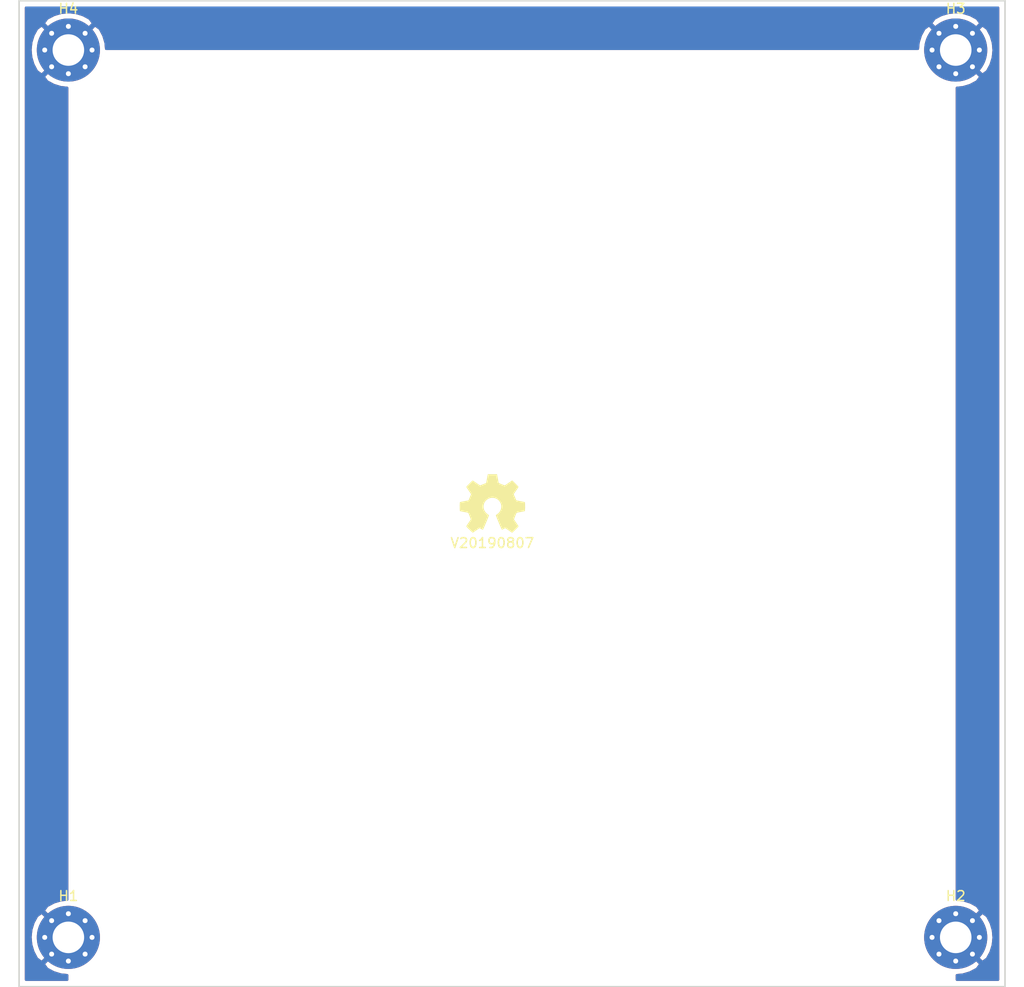
<source format=kicad_pcb>
(kicad_pcb (version 20171130) (host pcbnew 5.1.4-e60b266~84~ubuntu18.04.1)

  (general
    (thickness 1.6)
    (drawings 4)
    (tracks 0)
    (zones 0)
    (modules 6)
    (nets 2)
  )

  (page A4)
  (layers
    (0 F.Cu signal)
    (31 B.Cu signal)
    (32 B.Adhes user)
    (33 F.Adhes user)
    (34 B.Paste user)
    (35 F.Paste user)
    (36 B.SilkS user)
    (37 F.SilkS user)
    (38 B.Mask user)
    (39 F.Mask user)
    (40 Dwgs.User user)
    (41 Cmts.User user)
    (42 Eco1.User user)
    (43 Eco2.User user)
    (44 Edge.Cuts user)
    (45 Margin user)
    (46 B.CrtYd user)
    (47 F.CrtYd user)
    (48 B.Fab user)
    (49 F.Fab user)
  )

  (setup
    (last_trace_width 0.127)
    (user_trace_width 0.15)
    (user_trace_width 0.2)
    (user_trace_width 0.3)
    (user_trace_width 0.4)
    (user_trace_width 0.6)
    (user_trace_width 1)
    (user_trace_width 1.5)
    (user_trace_width 2)
    (trace_clearance 0.127)
    (zone_clearance 0.508)
    (zone_45_only no)
    (trace_min 0.127)
    (via_size 0.6)
    (via_drill 0.3)
    (via_min_size 0.6)
    (via_min_drill 0.3)
    (user_via 0.6 0.3)
    (user_via 0.65 0.4)
    (user_via 0.75 0.6)
    (user_via 0.95 0.8)
    (user_via 1.3 1)
    (user_via 1.5 1.2)
    (user_via 1.7 1.4)
    (user_via 1.9 1.6)
    (uvia_size 0.6)
    (uvia_drill 0.3)
    (uvias_allowed no)
    (uvia_min_size 0.381)
    (uvia_min_drill 0.254)
    (edge_width 0.15)
    (segment_width 0.2)
    (pcb_text_width 0.3)
    (pcb_text_size 1.5 1.5)
    (mod_edge_width 0.15)
    (mod_text_size 1 1)
    (mod_text_width 0.15)
    (pad_size 1.524 1.524)
    (pad_drill 0.762)
    (pad_to_mask_clearance 0.2)
    (aux_axis_origin 0 0)
    (visible_elements FFFFFF7F)
    (pcbplotparams
      (layerselection 0x00030_80000001)
      (usegerberextensions false)
      (usegerberattributes false)
      (usegerberadvancedattributes false)
      (creategerberjobfile false)
      (excludeedgelayer true)
      (linewidth 0.100000)
      (plotframeref false)
      (viasonmask false)
      (mode 1)
      (useauxorigin false)
      (hpglpennumber 1)
      (hpglpenspeed 20)
      (hpglpendiameter 15.000000)
      (psnegative false)
      (psa4output false)
      (plotreference true)
      (plotvalue true)
      (plotinvisibletext false)
      (padsonsilk false)
      (subtractmaskfromsilk false)
      (outputformat 1)
      (mirror false)
      (drillshape 1)
      (scaleselection 1)
      (outputdirectory ""))
  )

  (net 0 "")
  (net 1 /CASE)

  (net_class Default "This is the default net class."
    (clearance 0.127)
    (trace_width 0.127)
    (via_dia 0.6)
    (via_drill 0.3)
    (uvia_dia 0.6)
    (uvia_drill 0.3)
    (add_net /CASE)
  )

  (module Mounting_Holes:MountingHole_3.2mm_M3_Pad_Via (layer F.Cu) (tedit 56DDBCCA) (tstamp 5D4DD80B)
    (at 105 55)
    (descr "Mounting Hole 3.2mm, M3")
    (tags "mounting hole 3.2mm m3")
    (path /5D4DE4BF)
    (attr virtual)
    (fp_text reference H4 (at 0 -4.2) (layer F.SilkS)
      (effects (font (size 1 1) (thickness 0.15)))
    )
    (fp_text value MountingHole_Pad (at 0 4.2) (layer F.Fab)
      (effects (font (size 1 1) (thickness 0.15)))
    )
    (fp_text user %R (at 0.3 0) (layer F.Fab)
      (effects (font (size 1 1) (thickness 0.15)))
    )
    (fp_circle (center 0 0) (end 3.2 0) (layer Cmts.User) (width 0.15))
    (fp_circle (center 0 0) (end 3.45 0) (layer F.CrtYd) (width 0.05))
    (pad 1 thru_hole circle (at 0 0) (size 6.4 6.4) (drill 3.2) (layers *.Cu *.Mask)
      (net 1 /CASE))
    (pad 1 thru_hole circle (at 2.4 0) (size 0.8 0.8) (drill 0.5) (layers *.Cu *.Mask)
      (net 1 /CASE))
    (pad 1 thru_hole circle (at 1.697056 1.697056) (size 0.8 0.8) (drill 0.5) (layers *.Cu *.Mask)
      (net 1 /CASE))
    (pad 1 thru_hole circle (at 0 2.4) (size 0.8 0.8) (drill 0.5) (layers *.Cu *.Mask)
      (net 1 /CASE))
    (pad 1 thru_hole circle (at -1.697056 1.697056) (size 0.8 0.8) (drill 0.5) (layers *.Cu *.Mask)
      (net 1 /CASE))
    (pad 1 thru_hole circle (at -2.4 0) (size 0.8 0.8) (drill 0.5) (layers *.Cu *.Mask)
      (net 1 /CASE))
    (pad 1 thru_hole circle (at -1.697056 -1.697056) (size 0.8 0.8) (drill 0.5) (layers *.Cu *.Mask)
      (net 1 /CASE))
    (pad 1 thru_hole circle (at 0 -2.4) (size 0.8 0.8) (drill 0.5) (layers *.Cu *.Mask)
      (net 1 /CASE))
    (pad 1 thru_hole circle (at 1.697056 -1.697056) (size 0.8 0.8) (drill 0.5) (layers *.Cu *.Mask)
      (net 1 /CASE))
  )

  (module Mounting_Holes:MountingHole_3.2mm_M3_Pad_Via (layer F.Cu) (tedit 56DDBCCA) (tstamp 5D4DD808)
    (at 195 55)
    (descr "Mounting Hole 3.2mm, M3")
    (tags "mounting hole 3.2mm m3")
    (path /5D4DE99C)
    (attr virtual)
    (fp_text reference H3 (at 0 -4.2) (layer F.SilkS)
      (effects (font (size 1 1) (thickness 0.15)))
    )
    (fp_text value MountingHole_Pad (at 0 4.2) (layer F.Fab)
      (effects (font (size 1 1) (thickness 0.15)))
    )
    (fp_text user %R (at 0.3 0) (layer F.Fab)
      (effects (font (size 1 1) (thickness 0.15)))
    )
    (fp_circle (center 0 0) (end 3.2 0) (layer Cmts.User) (width 0.15))
    (fp_circle (center 0 0) (end 3.45 0) (layer F.CrtYd) (width 0.05))
    (pad 1 thru_hole circle (at 0 0) (size 6.4 6.4) (drill 3.2) (layers *.Cu *.Mask)
      (net 1 /CASE))
    (pad 1 thru_hole circle (at 2.4 0) (size 0.8 0.8) (drill 0.5) (layers *.Cu *.Mask)
      (net 1 /CASE))
    (pad 1 thru_hole circle (at 1.697056 1.697056) (size 0.8 0.8) (drill 0.5) (layers *.Cu *.Mask)
      (net 1 /CASE))
    (pad 1 thru_hole circle (at 0 2.4) (size 0.8 0.8) (drill 0.5) (layers *.Cu *.Mask)
      (net 1 /CASE))
    (pad 1 thru_hole circle (at -1.697056 1.697056) (size 0.8 0.8) (drill 0.5) (layers *.Cu *.Mask)
      (net 1 /CASE))
    (pad 1 thru_hole circle (at -2.4 0) (size 0.8 0.8) (drill 0.5) (layers *.Cu *.Mask)
      (net 1 /CASE))
    (pad 1 thru_hole circle (at -1.697056 -1.697056) (size 0.8 0.8) (drill 0.5) (layers *.Cu *.Mask)
      (net 1 /CASE))
    (pad 1 thru_hole circle (at 0 -2.4) (size 0.8 0.8) (drill 0.5) (layers *.Cu *.Mask)
      (net 1 /CASE))
    (pad 1 thru_hole circle (at 1.697056 -1.697056) (size 0.8 0.8) (drill 0.5) (layers *.Cu *.Mask)
      (net 1 /CASE))
  )

  (module Mounting_Holes:MountingHole_3.2mm_M3_Pad_Via (layer F.Cu) (tedit 56DDBCCA) (tstamp 5D4DD805)
    (at 195 145)
    (descr "Mounting Hole 3.2mm, M3")
    (tags "mounting hole 3.2mm m3")
    (path /5D4DEC15)
    (attr virtual)
    (fp_text reference H2 (at 0 -4.2) (layer F.SilkS)
      (effects (font (size 1 1) (thickness 0.15)))
    )
    (fp_text value MountingHole_Pad (at 0 4.2) (layer F.Fab)
      (effects (font (size 1 1) (thickness 0.15)))
    )
    (fp_text user %R (at 0.3 0) (layer F.Fab)
      (effects (font (size 1 1) (thickness 0.15)))
    )
    (fp_circle (center 0 0) (end 3.2 0) (layer Cmts.User) (width 0.15))
    (fp_circle (center 0 0) (end 3.45 0) (layer F.CrtYd) (width 0.05))
    (pad 1 thru_hole circle (at 0 0) (size 6.4 6.4) (drill 3.2) (layers *.Cu *.Mask)
      (net 1 /CASE))
    (pad 1 thru_hole circle (at 2.4 0) (size 0.8 0.8) (drill 0.5) (layers *.Cu *.Mask)
      (net 1 /CASE))
    (pad 1 thru_hole circle (at 1.697056 1.697056) (size 0.8 0.8) (drill 0.5) (layers *.Cu *.Mask)
      (net 1 /CASE))
    (pad 1 thru_hole circle (at 0 2.4) (size 0.8 0.8) (drill 0.5) (layers *.Cu *.Mask)
      (net 1 /CASE))
    (pad 1 thru_hole circle (at -1.697056 1.697056) (size 0.8 0.8) (drill 0.5) (layers *.Cu *.Mask)
      (net 1 /CASE))
    (pad 1 thru_hole circle (at -2.4 0) (size 0.8 0.8) (drill 0.5) (layers *.Cu *.Mask)
      (net 1 /CASE))
    (pad 1 thru_hole circle (at -1.697056 -1.697056) (size 0.8 0.8) (drill 0.5) (layers *.Cu *.Mask)
      (net 1 /CASE))
    (pad 1 thru_hole circle (at 0 -2.4) (size 0.8 0.8) (drill 0.5) (layers *.Cu *.Mask)
      (net 1 /CASE))
    (pad 1 thru_hole circle (at 1.697056 -1.697056) (size 0.8 0.8) (drill 0.5) (layers *.Cu *.Mask)
      (net 1 /CASE))
  )

  (module Mounting_Holes:MountingHole_3.2mm_M3_Pad_Via (layer F.Cu) (tedit 56DDBCCA) (tstamp 5D4DD802)
    (at 105 145)
    (descr "Mounting Hole 3.2mm, M3")
    (tags "mounting hole 3.2mm m3")
    (path /5D4DEE64)
    (attr virtual)
    (fp_text reference H1 (at 0 -4.2) (layer F.SilkS)
      (effects (font (size 1 1) (thickness 0.15)))
    )
    (fp_text value MountingHole_Pad (at 0 4.2) (layer F.Fab)
      (effects (font (size 1 1) (thickness 0.15)))
    )
    (fp_text user %R (at 0.3 0) (layer F.Fab)
      (effects (font (size 1 1) (thickness 0.15)))
    )
    (fp_circle (center 0 0) (end 3.2 0) (layer Cmts.User) (width 0.15))
    (fp_circle (center 0 0) (end 3.45 0) (layer F.CrtYd) (width 0.05))
    (pad 1 thru_hole circle (at 0 0) (size 6.4 6.4) (drill 3.2) (layers *.Cu *.Mask)
      (net 1 /CASE))
    (pad 1 thru_hole circle (at 2.4 0) (size 0.8 0.8) (drill 0.5) (layers *.Cu *.Mask)
      (net 1 /CASE))
    (pad 1 thru_hole circle (at 1.697056 1.697056) (size 0.8 0.8) (drill 0.5) (layers *.Cu *.Mask)
      (net 1 /CASE))
    (pad 1 thru_hole circle (at 0 2.4) (size 0.8 0.8) (drill 0.5) (layers *.Cu *.Mask)
      (net 1 /CASE))
    (pad 1 thru_hole circle (at -1.697056 1.697056) (size 0.8 0.8) (drill 0.5) (layers *.Cu *.Mask)
      (net 1 /CASE))
    (pad 1 thru_hole circle (at -2.4 0) (size 0.8 0.8) (drill 0.5) (layers *.Cu *.Mask)
      (net 1 /CASE))
    (pad 1 thru_hole circle (at -1.697056 -1.697056) (size 0.8 0.8) (drill 0.5) (layers *.Cu *.Mask)
      (net 1 /CASE))
    (pad 1 thru_hole circle (at 0 -2.4) (size 0.8 0.8) (drill 0.5) (layers *.Cu *.Mask)
      (net 1 /CASE))
    (pad 1 thru_hole circle (at 1.697056 -1.697056) (size 0.8 0.8) (drill 0.5) (layers *.Cu *.Mask)
      (net 1 /CASE))
  )

  (module Symbols:OSHW-Symbol_6.7x6mm_SilkScreen (layer F.Cu) (tedit 0) (tstamp 5A135134)
    (at 148 101)
    (descr "Open Source Hardware Symbol")
    (tags "Logo Symbol OSHW")
    (path /5A135869)
    (attr virtual)
    (fp_text reference N1 (at 0 0) (layer F.SilkS) hide
      (effects (font (size 1 1) (thickness 0.15)))
    )
    (fp_text value OHWLOGO (at 0.75 0) (layer F.Fab) hide
      (effects (font (size 1 1) (thickness 0.15)))
    )
    (fp_poly (pts (xy 0.555814 -2.531069) (xy 0.639635 -2.086445) (xy 0.94892 -1.958947) (xy 1.258206 -1.831449)
      (xy 1.629246 -2.083754) (xy 1.733157 -2.154004) (xy 1.827087 -2.216728) (xy 1.906652 -2.269062)
      (xy 1.96747 -2.308143) (xy 2.005157 -2.331107) (xy 2.015421 -2.336058) (xy 2.03391 -2.323324)
      (xy 2.07342 -2.288118) (xy 2.129522 -2.234938) (xy 2.197787 -2.168282) (xy 2.273786 -2.092646)
      (xy 2.353092 -2.012528) (xy 2.431275 -1.932426) (xy 2.503907 -1.856836) (xy 2.566559 -1.790255)
      (xy 2.614803 -1.737182) (xy 2.64421 -1.702113) (xy 2.651241 -1.690377) (xy 2.641123 -1.66874)
      (xy 2.612759 -1.621338) (xy 2.569129 -1.552807) (xy 2.513218 -1.467785) (xy 2.448006 -1.370907)
      (xy 2.410219 -1.31565) (xy 2.341343 -1.214752) (xy 2.28014 -1.123701) (xy 2.229578 -1.04703)
      (xy 2.192628 -0.989272) (xy 2.172258 -0.954957) (xy 2.169197 -0.947746) (xy 2.176136 -0.927252)
      (xy 2.195051 -0.879487) (xy 2.223087 -0.811168) (xy 2.257391 -0.729011) (xy 2.295109 -0.63973)
      (xy 2.333387 -0.550042) (xy 2.36937 -0.466662) (xy 2.400206 -0.396306) (xy 2.423039 -0.34569)
      (xy 2.435017 -0.321529) (xy 2.435724 -0.320578) (xy 2.454531 -0.315964) (xy 2.504618 -0.305672)
      (xy 2.580793 -0.290713) (xy 2.677865 -0.272099) (xy 2.790643 -0.250841) (xy 2.856442 -0.238582)
      (xy 2.97695 -0.215638) (xy 3.085797 -0.193805) (xy 3.177476 -0.174278) (xy 3.246481 -0.158252)
      (xy 3.287304 -0.146921) (xy 3.295511 -0.143326) (xy 3.303548 -0.118994) (xy 3.310033 -0.064041)
      (xy 3.31497 0.015108) (xy 3.318364 0.112026) (xy 3.320218 0.220287) (xy 3.320538 0.333465)
      (xy 3.319327 0.445135) (xy 3.31659 0.548868) (xy 3.312331 0.638241) (xy 3.306555 0.706826)
      (xy 3.299267 0.748197) (xy 3.294895 0.75681) (xy 3.268764 0.767133) (xy 3.213393 0.781892)
      (xy 3.136107 0.799352) (xy 3.04423 0.81778) (xy 3.012158 0.823741) (xy 2.857524 0.852066)
      (xy 2.735375 0.874876) (xy 2.641673 0.89308) (xy 2.572384 0.907583) (xy 2.523471 0.919292)
      (xy 2.490897 0.929115) (xy 2.470628 0.937956) (xy 2.458626 0.946724) (xy 2.456947 0.948457)
      (xy 2.440184 0.976371) (xy 2.414614 1.030695) (xy 2.382788 1.104777) (xy 2.34726 1.191965)
      (xy 2.310583 1.285608) (xy 2.275311 1.379052) (xy 2.243996 1.465647) (xy 2.219193 1.53874)
      (xy 2.203454 1.591678) (xy 2.199332 1.617811) (xy 2.199676 1.618726) (xy 2.213641 1.640086)
      (xy 2.245322 1.687084) (xy 2.291391 1.754827) (xy 2.348518 1.838423) (xy 2.413373 1.932982)
      (xy 2.431843 1.959854) (xy 2.497699 2.057275) (xy 2.55565 2.146163) (xy 2.602538 2.221412)
      (xy 2.635207 2.27792) (xy 2.6505 2.310581) (xy 2.651241 2.314593) (xy 2.638392 2.335684)
      (xy 2.602888 2.377464) (xy 2.549293 2.435445) (xy 2.482171 2.505135) (xy 2.406087 2.582045)
      (xy 2.325604 2.661683) (xy 2.245287 2.739561) (xy 2.169699 2.811186) (xy 2.103405 2.87207)
      (xy 2.050969 2.917721) (xy 2.016955 2.94365) (xy 2.007545 2.947883) (xy 1.985643 2.937912)
      (xy 1.9408 2.91102) (xy 1.880321 2.871736) (xy 1.833789 2.840117) (xy 1.749475 2.782098)
      (xy 1.649626 2.713784) (xy 1.549473 2.645579) (xy 1.495627 2.609075) (xy 1.313371 2.4858)
      (xy 1.160381 2.56852) (xy 1.090682 2.604759) (xy 1.031414 2.632926) (xy 0.991311 2.648991)
      (xy 0.981103 2.651226) (xy 0.968829 2.634722) (xy 0.944613 2.588082) (xy 0.910263 2.515609)
      (xy 0.867588 2.421606) (xy 0.818394 2.310374) (xy 0.76449 2.186215) (xy 0.707684 2.053432)
      (xy 0.649782 1.916327) (xy 0.592593 1.779202) (xy 0.537924 1.646358) (xy 0.487584 1.522098)
      (xy 0.44338 1.410725) (xy 0.407119 1.316539) (xy 0.380609 1.243844) (xy 0.365658 1.196941)
      (xy 0.363254 1.180833) (xy 0.382311 1.160286) (xy 0.424036 1.126933) (xy 0.479706 1.087702)
      (xy 0.484378 1.084599) (xy 0.628264 0.969423) (xy 0.744283 0.835053) (xy 0.83143 0.685784)
      (xy 0.888699 0.525913) (xy 0.915086 0.359737) (xy 0.909585 0.191552) (xy 0.87119 0.025655)
      (xy 0.798895 -0.133658) (xy 0.777626 -0.168513) (xy 0.666996 -0.309263) (xy 0.536302 -0.422286)
      (xy 0.390064 -0.506997) (xy 0.232808 -0.562806) (xy 0.069057 -0.589126) (xy -0.096667 -0.58537)
      (xy -0.259838 -0.55095) (xy -0.415935 -0.485277) (xy -0.560433 -0.387765) (xy -0.605131 -0.348187)
      (xy -0.718888 -0.224297) (xy -0.801782 -0.093876) (xy -0.858644 0.052315) (xy -0.890313 0.197088)
      (xy -0.898131 0.35986) (xy -0.872062 0.52344) (xy -0.814755 0.682298) (xy -0.728856 0.830906)
      (xy -0.617014 0.963735) (xy -0.481877 1.075256) (xy -0.464117 1.087011) (xy -0.40785 1.125508)
      (xy -0.365077 1.158863) (xy -0.344628 1.18016) (xy -0.344331 1.180833) (xy -0.348721 1.203871)
      (xy -0.366124 1.256157) (xy -0.394732 1.33339) (xy -0.432735 1.431268) (xy -0.478326 1.545491)
      (xy -0.529697 1.671758) (xy -0.585038 1.805767) (xy -0.642542 1.943218) (xy -0.700399 2.079808)
      (xy -0.756802 2.211237) (xy -0.809942 2.333205) (xy -0.85801 2.441409) (xy -0.899199 2.531549)
      (xy -0.931699 2.599323) (xy -0.953703 2.64043) (xy -0.962564 2.651226) (xy -0.98964 2.642819)
      (xy -1.040303 2.620272) (xy -1.105817 2.587613) (xy -1.141841 2.56852) (xy -1.294832 2.4858)
      (xy -1.477088 2.609075) (xy -1.570125 2.672228) (xy -1.671985 2.741727) (xy -1.767438 2.807165)
      (xy -1.81525 2.840117) (xy -1.882495 2.885273) (xy -1.939436 2.921057) (xy -1.978646 2.942938)
      (xy -1.991381 2.947563) (xy -2.009917 2.935085) (xy -2.050941 2.900252) (xy -2.110475 2.846678)
      (xy -2.184542 2.777983) (xy -2.269165 2.697781) (xy -2.322685 2.646286) (xy -2.416319 2.554286)
      (xy -2.497241 2.471999) (xy -2.562177 2.402945) (xy -2.607858 2.350644) (xy -2.631011 2.318616)
      (xy -2.633232 2.312116) (xy -2.622924 2.287394) (xy -2.594439 2.237405) (xy -2.550937 2.167212)
      (xy -2.495577 2.081875) (xy -2.43152 1.986456) (xy -2.413303 1.959854) (xy -2.346927 1.863167)
      (xy -2.287378 1.776117) (xy -2.237984 1.703595) (xy -2.202075 1.650493) (xy -2.182981 1.621703)
      (xy -2.181136 1.618726) (xy -2.183895 1.595782) (xy -2.198538 1.545336) (xy -2.222513 1.474041)
      (xy -2.253266 1.388547) (xy -2.288244 1.295507) (xy -2.324893 1.201574) (xy -2.360661 1.113399)
      (xy -2.392994 1.037634) (xy -2.419338 0.980931) (xy -2.437142 0.949943) (xy -2.438407 0.948457)
      (xy -2.449294 0.939601) (xy -2.467682 0.930843) (xy -2.497606 0.921277) (xy -2.543103 0.909996)
      (xy -2.608209 0.896093) (xy -2.696961 0.878663) (xy -2.813393 0.856798) (xy -2.961542 0.829591)
      (xy -2.993618 0.823741) (xy -3.088686 0.805374) (xy -3.171565 0.787405) (xy -3.23493 0.771569)
      (xy -3.271458 0.7596) (xy -3.276356 0.75681) (xy -3.284427 0.732072) (xy -3.290987 0.67679)
      (xy -3.296033 0.597389) (xy -3.299559 0.500296) (xy -3.301561 0.391938) (xy -3.302036 0.27874)
      (xy -3.300977 0.167128) (xy -3.298382 0.063529) (xy -3.294246 -0.025632) (xy -3.288563 -0.093928)
      (xy -3.281331 -0.134934) (xy -3.276971 -0.143326) (xy -3.252698 -0.151792) (xy -3.197426 -0.165565)
      (xy -3.116662 -0.18345) (xy -3.015912 -0.204252) (xy -2.900683 -0.226777) (xy -2.837902 -0.238582)
      (xy -2.718787 -0.260849) (xy -2.612565 -0.281021) (xy -2.524427 -0.298085) (xy -2.459566 -0.311031)
      (xy -2.423174 -0.318845) (xy -2.417184 -0.320578) (xy -2.407061 -0.34011) (xy -2.385662 -0.387157)
      (xy -2.355839 -0.454997) (xy -2.320445 -0.536909) (xy -2.282332 -0.626172) (xy -2.244353 -0.716065)
      (xy -2.20936 -0.799865) (xy -2.180206 -0.870853) (xy -2.159743 -0.922306) (xy -2.150823 -0.947503)
      (xy -2.150657 -0.948604) (xy -2.160769 -0.968481) (xy -2.189117 -1.014223) (xy -2.232723 -1.081283)
      (xy -2.288606 -1.165116) (xy -2.353787 -1.261174) (xy -2.391679 -1.31635) (xy -2.460725 -1.417519)
      (xy -2.52205 -1.50937) (xy -2.572663 -1.587256) (xy -2.609571 -1.646531) (xy -2.629782 -1.682549)
      (xy -2.632701 -1.690623) (xy -2.620153 -1.709416) (xy -2.585463 -1.749543) (xy -2.533063 -1.806507)
      (xy -2.467384 -1.875815) (xy -2.392856 -1.952969) (xy -2.313913 -2.033475) (xy -2.234983 -2.112837)
      (xy -2.1605 -2.18656) (xy -2.094894 -2.250148) (xy -2.042596 -2.299106) (xy -2.008039 -2.328939)
      (xy -1.996478 -2.336058) (xy -1.977654 -2.326047) (xy -1.932631 -2.297922) (xy -1.865787 -2.254546)
      (xy -1.781499 -2.198782) (xy -1.684144 -2.133494) (xy -1.610707 -2.083754) (xy -1.239667 -1.831449)
      (xy -0.621095 -2.086445) (xy -0.537275 -2.531069) (xy -0.453454 -2.975693) (xy 0.471994 -2.975693)
      (xy 0.555814 -2.531069)) (layer F.SilkS) (width 0.01))
  )

  (module SquantorLabels:Label_version (layer F.Cu) (tedit 59D3ED5E) (tstamp 5A135138)
    (at 148 105)
    (path /5A1357A5)
    (fp_text reference N2 (at 0 2) (layer F.Fab) hide
      (effects (font (size 1 1) (thickness 0.15)))
    )
    (fp_text value V20190807 (at 0 0) (layer F.SilkS)
      (effects (font (size 1 1) (thickness 0.15)))
    )
  )

  (gr_line (start 200 50) (end 200 150) (layer Edge.Cuts) (width 0.15))
  (gr_line (start 100 150) (end 100 50) (layer Edge.Cuts) (width 0.15) (tstamp 5D4B34C1))
  (gr_line (start 200 150) (end 100 150) (layer Edge.Cuts) (width 0.15))
  (gr_line (start 100 50) (end 200 50) (layer Edge.Cuts) (width 0.15))

  (zone (net 1) (net_name /CASE) (layer B.Cu) (tstamp 0) (hatch edge 0.508)
    (connect_pads (clearance 0.508))
    (min_thickness 0.254)
    (fill yes (arc_segments 32) (thermal_gap 0.508) (thermal_bridge_width 0.508))
    (polygon
      (pts
        (xy 105 150) (xy 105 55) (xy 195 55) (xy 195 150) (xy 200 150)
        (xy 200 50) (xy 100 50) (xy 100 150)
      )
    )
    (filled_polygon
      (pts
        (xy 199.290001 149.29) (xy 195.127 149.29) (xy 195.127 148.839541) (xy 195.727938 148.784178) (xy 196.452208 148.569452)
        (xy 197.12067 148.217555) (xy 197.161088 148.190548) (xy 197.521276 147.700881) (xy 195.127 145.306605) (xy 195.127 145)
        (xy 195.179605 145) (xy 197.700881 147.521276) (xy 198.190548 147.161088) (xy 198.550849 146.497118) (xy 198.774694 145.775615)
        (xy 198.85348 145.024305) (xy 198.784178 144.272062) (xy 198.569452 143.547792) (xy 198.217555 142.87933) (xy 198.190548 142.838912)
        (xy 197.700881 142.478724) (xy 195.179605 145) (xy 195.127 145) (xy 195.127 144.693395) (xy 197.521276 142.299119)
        (xy 197.161088 141.809452) (xy 196.497118 141.449151) (xy 195.775615 141.225306) (xy 195.127 141.157289) (xy 195.127 58.839541)
        (xy 195.727938 58.784178) (xy 196.452208 58.569452) (xy 197.12067 58.217555) (xy 197.161088 58.190548) (xy 197.521276 57.700881)
        (xy 195.127 55.306605) (xy 195.127 55) (xy 195.179605 55) (xy 197.700881 57.521276) (xy 198.190548 57.161088)
        (xy 198.550849 56.497118) (xy 198.774694 55.775615) (xy 198.85348 55.024305) (xy 198.784178 54.272062) (xy 198.569452 53.547792)
        (xy 198.217555 52.87933) (xy 198.190548 52.838912) (xy 197.700881 52.478724) (xy 195.179605 55) (xy 195.127 55)
        (xy 195.12456 54.975224) (xy 195.117333 54.951399) (xy 195.105597 54.929443) (xy 195.089803 54.910197) (xy 195.070557 54.894403)
        (xy 195.048601 54.882667) (xy 195.024776 54.87544) (xy 195 54.873) (xy 194.693395 54.873) (xy 192.299119 52.478724)
        (xy 191.809452 52.838912) (xy 191.449151 53.502882) (xy 191.225306 54.224385) (xy 191.157289 54.873) (xy 108.839541 54.873)
        (xy 108.784178 54.272062) (xy 108.569452 53.547792) (xy 108.217555 52.87933) (xy 108.190548 52.838912) (xy 107.700881 52.478724)
        (xy 105.306605 54.873) (xy 105 54.873) (xy 104.975224 54.87544) (xy 104.951399 54.882667) (xy 104.929443 54.894403)
        (xy 104.910197 54.910197) (xy 104.894403 54.929443) (xy 104.882667 54.951399) (xy 104.87544 54.975224) (xy 104.873 55)
        (xy 104.873 55.306605) (xy 102.478724 57.700881) (xy 102.838912 58.190548) (xy 103.502882 58.550849) (xy 104.224385 58.774694)
        (xy 104.873 58.842711) (xy 104.873 141.160459) (xy 104.272062 141.215822) (xy 103.547792 141.430548) (xy 102.87933 141.782445)
        (xy 102.838912 141.809452) (xy 102.478724 142.299119) (xy 104.873 144.693395) (xy 104.873 145.306605) (xy 102.478724 147.700881)
        (xy 102.838912 148.190548) (xy 103.502882 148.550849) (xy 104.224385 148.774694) (xy 104.873 148.842711) (xy 104.873 149.29)
        (xy 100.71 149.29) (xy 100.71 144.975695) (xy 101.14652 144.975695) (xy 101.215822 145.727938) (xy 101.430548 146.452208)
        (xy 101.782445 147.12067) (xy 101.809452 147.161088) (xy 102.299119 147.521276) (xy 104.820395 145) (xy 102.299119 142.478724)
        (xy 101.809452 142.838912) (xy 101.449151 143.502882) (xy 101.225306 144.224385) (xy 101.14652 144.975695) (xy 100.71 144.975695)
        (xy 100.71 54.975695) (xy 101.14652 54.975695) (xy 101.215822 55.727938) (xy 101.430548 56.452208) (xy 101.782445 57.12067)
        (xy 101.809452 57.161088) (xy 102.299119 57.521276) (xy 104.820395 55) (xy 102.299119 52.478724) (xy 101.809452 52.838912)
        (xy 101.449151 53.502882) (xy 101.225306 54.224385) (xy 101.14652 54.975695) (xy 100.71 54.975695) (xy 100.71 52.299119)
        (xy 102.478724 52.299119) (xy 105 54.820395) (xy 107.521276 52.299119) (xy 192.478724 52.299119) (xy 195 54.820395)
        (xy 197.521276 52.299119) (xy 197.161088 51.809452) (xy 196.497118 51.449151) (xy 195.775615 51.225306) (xy 195.024305 51.14652)
        (xy 194.272062 51.215822) (xy 193.547792 51.430548) (xy 192.87933 51.782445) (xy 192.838912 51.809452) (xy 192.478724 52.299119)
        (xy 107.521276 52.299119) (xy 107.161088 51.809452) (xy 106.497118 51.449151) (xy 105.775615 51.225306) (xy 105.024305 51.14652)
        (xy 104.272062 51.215822) (xy 103.547792 51.430548) (xy 102.87933 51.782445) (xy 102.838912 51.809452) (xy 102.478724 52.299119)
        (xy 100.71 52.299119) (xy 100.71 50.71) (xy 199.29 50.71)
      )
    )
  )
  (zone (net 1) (net_name /CASE) (layer F.Cu) (tstamp 0) (hatch edge 0.508)
    (connect_pads (clearance 0.508))
    (min_thickness 0.254)
    (fill yes (arc_segments 32) (thermal_gap 0.508) (thermal_bridge_width 0.508))
    (polygon
      (pts
        (xy 100 150) (xy 105 150) (xy 105 55) (xy 195 55) (xy 195 150)
        (xy 200 150) (xy 200 50) (xy 100 50)
      )
    )
    (filled_polygon
      (pts
        (xy 199.290001 149.29) (xy 195.127 149.29) (xy 195.127 148.839541) (xy 195.727938 148.784178) (xy 196.452208 148.569452)
        (xy 197.12067 148.217555) (xy 197.161088 148.190548) (xy 197.521276 147.700881) (xy 195.127 145.306605) (xy 195.127 145)
        (xy 195.179605 145) (xy 197.700881 147.521276) (xy 198.190548 147.161088) (xy 198.550849 146.497118) (xy 198.774694 145.775615)
        (xy 198.85348 145.024305) (xy 198.784178 144.272062) (xy 198.569452 143.547792) (xy 198.217555 142.87933) (xy 198.190548 142.838912)
        (xy 197.700881 142.478724) (xy 195.179605 145) (xy 195.127 145) (xy 195.127 144.693395) (xy 197.521276 142.299119)
        (xy 197.161088 141.809452) (xy 196.497118 141.449151) (xy 195.775615 141.225306) (xy 195.127 141.157289) (xy 195.127 58.839541)
        (xy 195.727938 58.784178) (xy 196.452208 58.569452) (xy 197.12067 58.217555) (xy 197.161088 58.190548) (xy 197.521276 57.700881)
        (xy 195.127 55.306605) (xy 195.127 55) (xy 195.179605 55) (xy 197.700881 57.521276) (xy 198.190548 57.161088)
        (xy 198.550849 56.497118) (xy 198.774694 55.775615) (xy 198.85348 55.024305) (xy 198.784178 54.272062) (xy 198.569452 53.547792)
        (xy 198.217555 52.87933) (xy 198.190548 52.838912) (xy 197.700881 52.478724) (xy 195.179605 55) (xy 195.127 55)
        (xy 195.12456 54.975224) (xy 195.117333 54.951399) (xy 195.105597 54.929443) (xy 195.089803 54.910197) (xy 195.070557 54.894403)
        (xy 195.048601 54.882667) (xy 195.024776 54.87544) (xy 195 54.873) (xy 194.693395 54.873) (xy 192.299119 52.478724)
        (xy 191.809452 52.838912) (xy 191.449151 53.502882) (xy 191.225306 54.224385) (xy 191.157289 54.873) (xy 108.839541 54.873)
        (xy 108.784178 54.272062) (xy 108.569452 53.547792) (xy 108.217555 52.87933) (xy 108.190548 52.838912) (xy 107.700881 52.478724)
        (xy 105.306605 54.873) (xy 105 54.873) (xy 104.975224 54.87544) (xy 104.951399 54.882667) (xy 104.929443 54.894403)
        (xy 104.910197 54.910197) (xy 104.894403 54.929443) (xy 104.882667 54.951399) (xy 104.87544 54.975224) (xy 104.873 55)
        (xy 104.873 55.306605) (xy 102.478724 57.700881) (xy 102.838912 58.190548) (xy 103.502882 58.550849) (xy 104.224385 58.774694)
        (xy 104.873 58.842711) (xy 104.873 141.160459) (xy 104.272062 141.215822) (xy 103.547792 141.430548) (xy 102.87933 141.782445)
        (xy 102.838912 141.809452) (xy 102.478724 142.299119) (xy 104.873 144.693395) (xy 104.873 145.306605) (xy 102.478724 147.700881)
        (xy 102.838912 148.190548) (xy 103.502882 148.550849) (xy 104.224385 148.774694) (xy 104.873 148.842711) (xy 104.873 149.29)
        (xy 100.71 149.29) (xy 100.71 144.975695) (xy 101.14652 144.975695) (xy 101.215822 145.727938) (xy 101.430548 146.452208)
        (xy 101.782445 147.12067) (xy 101.809452 147.161088) (xy 102.299119 147.521276) (xy 104.820395 145) (xy 102.299119 142.478724)
        (xy 101.809452 142.838912) (xy 101.449151 143.502882) (xy 101.225306 144.224385) (xy 101.14652 144.975695) (xy 100.71 144.975695)
        (xy 100.71 54.975695) (xy 101.14652 54.975695) (xy 101.215822 55.727938) (xy 101.430548 56.452208) (xy 101.782445 57.12067)
        (xy 101.809452 57.161088) (xy 102.299119 57.521276) (xy 104.820395 55) (xy 102.299119 52.478724) (xy 101.809452 52.838912)
        (xy 101.449151 53.502882) (xy 101.225306 54.224385) (xy 101.14652 54.975695) (xy 100.71 54.975695) (xy 100.71 52.299119)
        (xy 102.478724 52.299119) (xy 105 54.820395) (xy 107.521276 52.299119) (xy 192.478724 52.299119) (xy 195 54.820395)
        (xy 197.521276 52.299119) (xy 197.161088 51.809452) (xy 196.497118 51.449151) (xy 195.775615 51.225306) (xy 195.024305 51.14652)
        (xy 194.272062 51.215822) (xy 193.547792 51.430548) (xy 192.87933 51.782445) (xy 192.838912 51.809452) (xy 192.478724 52.299119)
        (xy 107.521276 52.299119) (xy 107.161088 51.809452) (xy 106.497118 51.449151) (xy 105.775615 51.225306) (xy 105.024305 51.14652)
        (xy 104.272062 51.215822) (xy 103.547792 51.430548) (xy 102.87933 51.782445) (xy 102.838912 51.809452) (xy 102.478724 52.299119)
        (xy 100.71 52.299119) (xy 100.71 50.71) (xy 199.29 50.71)
      )
    )
  )
)

</source>
